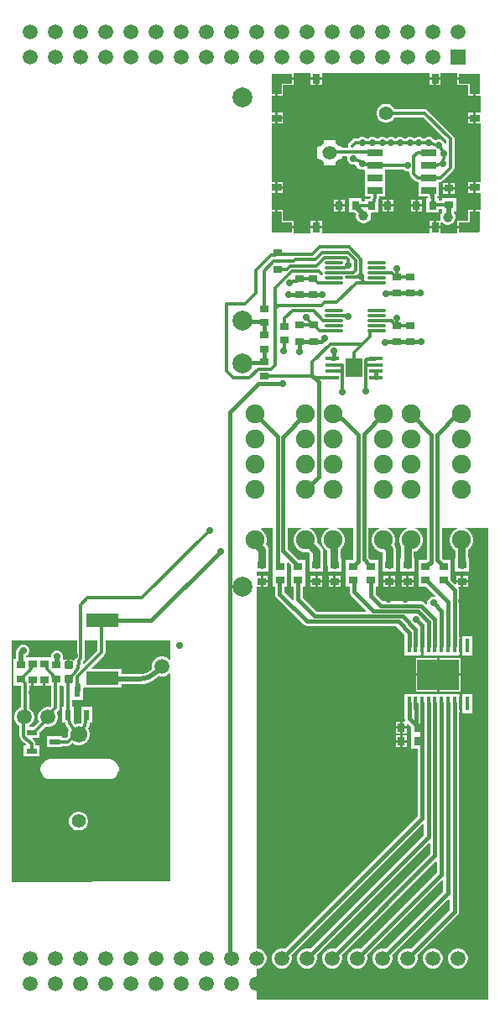
<source format=gtl>
G04*
G04 #@! TF.GenerationSoftware,Altium Limited,Altium Designer,22.4.2 (48)*
G04*
G04 Layer_Physical_Order=1*
G04 Layer_Color=255*
%FSLAX25Y25*%
%MOIN*%
G70*
G04*
G04 #@! TF.SameCoordinates,7C60A1AE-4728-4251-9105-166ECD4517EE*
G04*
G04*
G04 #@! TF.FilePolarity,Positive*
G04*
G01*
G75*
%ADD15R,0.12992X0.05315*%
%ADD16R,0.03937X0.03150*%
%ADD17R,0.03150X0.03937*%
%ADD18R,0.08268X0.03937*%
%ADD19R,0.03937X0.08268*%
%ADD20R,0.03150X0.03543*%
%ADD21R,0.06004X0.02559*%
%ADD22R,0.03543X0.03150*%
%ADD23R,0.01772X0.05709*%
%ADD24R,0.16535X0.12205*%
%ADD25O,0.07480X0.01181*%
%ADD26R,0.05610X0.01772*%
%ADD27R,0.06614X0.07402*%
%ADD28R,0.02362X0.04134*%
G04:AMPARAMS|DCode=29|XSize=35.43mil|YSize=31.5mil|CornerRadius=7.87mil|HoleSize=0mil|Usage=FLASHONLY|Rotation=180.000|XOffset=0mil|YOffset=0mil|HoleType=Round|Shape=RoundedRectangle|*
%AMROUNDEDRECTD29*
21,1,0.03543,0.01575,0,0,180.0*
21,1,0.01968,0.03150,0,0,180.0*
1,1,0.01575,-0.00984,0.00787*
1,1,0.01575,0.00984,0.00787*
1,1,0.01575,0.00984,-0.00787*
1,1,0.01575,-0.00984,-0.00787*
%
%ADD29ROUNDEDRECTD29*%
%ADD30R,0.04134X0.02362*%
%ADD31C,0.01181*%
%ADD53C,0.01968*%
%ADD54C,0.01575*%
%ADD55C,0.03150*%
%ADD56C,0.05906*%
%ADD57C,0.05512*%
%ADD58C,0.07480*%
%ADD59C,0.07874*%
%ADD60R,0.05906X0.05906*%
%ADD61C,0.02756*%
%ADD62C,0.03937*%
%ADD63C,0.06693*%
G36*
X183197Y-25878D02*
X187931D01*
Y-26878D01*
X183197D01*
Y-28946D01*
X187528D01*
Y-33277D01*
X189596D01*
Y-28543D01*
X190596D01*
Y-33277D01*
X192356D01*
Y-39951D01*
X190597D01*
Y-42126D01*
Y-44301D01*
X192356D01*
Y-67510D01*
X190596D01*
Y-69685D01*
Y-71860D01*
X192356D01*
Y-78534D01*
X190596D01*
Y-83268D01*
X189596D01*
Y-78534D01*
X187528D01*
Y-82864D01*
X183197D01*
Y-84933D01*
X187931D01*
Y-85933D01*
X183197D01*
Y-87768D01*
X176523D01*
Y-85933D01*
X174348D01*
X172174D01*
Y-87768D01*
X129279D01*
Y-85933D01*
X127104D01*
X124930D01*
Y-87768D01*
X118256D01*
Y-85933D01*
X113522D01*
Y-84933D01*
X118256D01*
Y-82865D01*
X113925D01*
Y-78534D01*
X111856D01*
Y-83268D01*
X110856D01*
Y-78534D01*
X109356D01*
Y-71860D01*
X110856D01*
Y-69685D01*
Y-67510D01*
X109356D01*
Y-44301D01*
X110856D01*
Y-42126D01*
Y-39951D01*
X109356D01*
Y-33277D01*
X110856D01*
Y-28543D01*
X111856D01*
Y-33277D01*
X113925D01*
Y-28946D01*
X118255D01*
Y-26878D01*
X113522D01*
Y-25878D01*
X118255D01*
Y-24268D01*
X124929D01*
Y-25878D01*
X129279D01*
Y-24268D01*
X172174D01*
Y-25878D01*
X176523D01*
Y-24268D01*
X183197D01*
Y-25878D01*
D02*
G37*
G36*
X195321Y-392171D02*
X103543D01*
Y-379780D01*
X103946D01*
X104951Y-379510D01*
X105852Y-378990D01*
X106588Y-378254D01*
X107109Y-377352D01*
X107378Y-376347D01*
Y-375306D01*
X107109Y-374301D01*
X106588Y-373400D01*
X105852Y-372664D01*
X104951Y-372143D01*
X103946Y-371874D01*
X103543D01*
Y-228277D01*
X105012D01*
Y-226102D01*
Y-223928D01*
X103543D01*
Y-222142D01*
X105304D01*
X105472Y-222164D01*
X105641Y-222142D01*
X108244D01*
Y-216992D01*
X108070D01*
Y-213518D01*
X107981Y-212846D01*
X107721Y-212220D01*
X107309Y-211682D01*
X107193Y-211566D01*
X107224Y-211511D01*
X107547Y-210305D01*
Y-209057D01*
X107224Y-207852D01*
X106600Y-206771D01*
X105718Y-205888D01*
X105205Y-205592D01*
X105140Y-205096D01*
X105512Y-204724D01*
X109896D01*
Y-219291D01*
X109896Y-219291D01*
X109931Y-219467D01*
Y-222516D01*
X109931Y-222654D01*
Y-223016D01*
X109931Y-223153D01*
Y-228165D01*
X110776D01*
Y-231102D01*
X110776Y-231102D01*
X110915Y-231800D01*
X111310Y-232391D01*
X122168Y-243249D01*
X122168Y-243249D01*
X122759Y-243644D01*
X123457Y-243783D01*
X158876D01*
X162206Y-247113D01*
Y-247721D01*
X162143D01*
Y-255429D01*
X168473D01*
Y-255029D01*
X168647D01*
Y-251575D01*
X169647D01*
Y-255029D01*
X169820D01*
Y-255429D01*
X183828D01*
Y-255029D01*
X184001D01*
Y-251575D01*
Y-248120D01*
X183828D01*
Y-247721D01*
X183764D01*
Y-229565D01*
X183625Y-228868D01*
X183525Y-228718D01*
X183761Y-228277D01*
X184539D01*
Y-226602D01*
X182668D01*
Y-227061D01*
X182206Y-227252D01*
X180542Y-225588D01*
Y-223153D01*
X180542Y-223016D01*
Y-222654D01*
X180542Y-222516D01*
Y-217504D01*
X177773D01*
X177019Y-216751D01*
Y-204724D01*
X183059D01*
X183125Y-205224D01*
X182977Y-205264D01*
X181897Y-205888D01*
X181014Y-206771D01*
X180390Y-207852D01*
X180067Y-209057D01*
Y-210305D01*
X180390Y-211511D01*
X181014Y-212592D01*
X181897Y-213474D01*
X182307Y-213711D01*
Y-216992D01*
X182228D01*
Y-222142D01*
X184735D01*
X184904Y-222164D01*
X185000D01*
X185169Y-222142D01*
X187772D01*
Y-216992D01*
X187501D01*
Y-213599D01*
X187718Y-213474D01*
X188600Y-212592D01*
X189224Y-211511D01*
X189547Y-210305D01*
Y-209057D01*
X189224Y-207852D01*
X188600Y-206771D01*
X187718Y-205888D01*
X186637Y-205264D01*
X186489Y-205224D01*
X186555Y-204724D01*
X195321D01*
Y-392171D01*
D02*
G37*
G36*
X171012Y-217504D02*
X167769D01*
Y-222516D01*
X167769Y-222654D01*
Y-223016D01*
X167769Y-223153D01*
Y-228165D01*
X170735D01*
X174438Y-231869D01*
X174155Y-232292D01*
X174095Y-232268D01*
X173149D01*
X172275Y-232630D01*
X171606Y-233299D01*
X171244Y-234173D01*
Y-234889D01*
X170744Y-235096D01*
X170096Y-234448D01*
X169504Y-234052D01*
X168807Y-233914D01*
X168807Y-233914D01*
X153420D01*
X150641Y-231135D01*
Y-228165D01*
X151623D01*
Y-223153D01*
X151623Y-223016D01*
Y-222654D01*
X151623Y-222516D01*
Y-217504D01*
X148854D01*
X147885Y-216536D01*
Y-204724D01*
X152059D01*
X152125Y-205224D01*
X151978Y-205264D01*
X150897Y-205888D01*
X150014Y-206771D01*
X149390Y-207852D01*
X149067Y-209057D01*
Y-210305D01*
X149390Y-211511D01*
X150014Y-212592D01*
X150897Y-213474D01*
X151978Y-214098D01*
X153183Y-214421D01*
X153484D01*
Y-216992D01*
X153309D01*
Y-222142D01*
X155912D01*
X156081Y-222164D01*
X156250Y-222142D01*
X158853D01*
Y-216992D01*
X158678D01*
Y-213127D01*
X158589Y-212455D01*
X158330Y-211828D01*
X158165Y-211613D01*
X158224Y-211511D01*
X158547Y-210305D01*
Y-209057D01*
X158224Y-207852D01*
X157600Y-206771D01*
X156718Y-205888D01*
X155637Y-205264D01*
X155489Y-205224D01*
X155555Y-204724D01*
X163059D01*
X163125Y-205224D01*
X162978Y-205264D01*
X161897Y-205888D01*
X161014Y-206771D01*
X160390Y-207852D01*
X160067Y-209057D01*
Y-210305D01*
X160390Y-211511D01*
X160743Y-212123D01*
X160714Y-212350D01*
Y-216992D01*
X160539D01*
Y-222142D01*
X163142D01*
X163311Y-222164D01*
X163479Y-222142D01*
X166082D01*
Y-216992D01*
X165908D01*
Y-214294D01*
X166637Y-214098D01*
X167718Y-213474D01*
X168600Y-212592D01*
X169224Y-211511D01*
X169547Y-210305D01*
Y-209057D01*
X169224Y-207852D01*
X168600Y-206771D01*
X167718Y-205888D01*
X166637Y-205264D01*
X166489Y-205224D01*
X166555Y-204724D01*
X171012D01*
Y-217504D01*
D02*
G37*
G36*
X141878Y-217441D02*
X141816Y-217504D01*
X138850D01*
Y-222516D01*
X138850Y-222654D01*
Y-223016D01*
X138850Y-223153D01*
Y-228165D01*
X140304D01*
Y-230315D01*
X140304Y-230315D01*
X140442Y-231012D01*
X140837Y-231604D01*
X146835Y-237601D01*
X146644Y-238063D01*
X127255D01*
X121754Y-232563D01*
Y-228165D01*
X122704D01*
Y-223153D01*
X122704Y-223016D01*
Y-222654D01*
X122704Y-222516D01*
Y-217504D01*
X119934D01*
X115615Y-213185D01*
Y-204724D01*
X121059D01*
X121125Y-205224D01*
X120977Y-205264D01*
X119897Y-205888D01*
X119014Y-206771D01*
X118390Y-207852D01*
X118067Y-209057D01*
Y-210305D01*
X118390Y-211511D01*
X119014Y-212592D01*
X119897Y-213474D01*
X120977Y-214098D01*
X122183Y-214421D01*
X123431D01*
X123781Y-214328D01*
X124565Y-215111D01*
Y-216992D01*
X124390D01*
Y-222142D01*
X126993D01*
X127162Y-222164D01*
X127331Y-222142D01*
X129933D01*
Y-216992D01*
X129759D01*
Y-214036D01*
X129670Y-213364D01*
X129411Y-212737D01*
X128998Y-212199D01*
X127454Y-210655D01*
X127547Y-210305D01*
Y-209057D01*
X127224Y-207852D01*
X126600Y-206771D01*
X125718Y-205888D01*
X124637Y-205264D01*
X124489Y-205224D01*
X124555Y-204724D01*
X132059D01*
X132125Y-205224D01*
X131977Y-205264D01*
X130897Y-205888D01*
X130014Y-206771D01*
X129390Y-207852D01*
X129067Y-209057D01*
Y-210305D01*
X129390Y-211511D01*
X130014Y-212592D01*
X130897Y-213474D01*
X131598Y-213879D01*
Y-219567D01*
X131620Y-219736D01*
Y-222142D01*
X134026D01*
X134195Y-222164D01*
X134391D01*
X134560Y-222142D01*
X137163D01*
Y-216992D01*
X136792D01*
Y-213400D01*
X137600Y-212592D01*
X138224Y-211511D01*
X138547Y-210305D01*
Y-209057D01*
X138224Y-207852D01*
X137600Y-206771D01*
X136718Y-205888D01*
X135637Y-205264D01*
X135489Y-205224D01*
X135555Y-204724D01*
X141878D01*
Y-217441D01*
D02*
G37*
G36*
X117160Y-219884D02*
Y-222516D01*
X117160Y-222654D01*
Y-223016D01*
X117160Y-223153D01*
Y-228165D01*
X118110D01*
Y-233318D01*
X118110Y-233318D01*
X118112Y-233332D01*
X117651Y-233578D01*
X114421Y-230347D01*
Y-228165D01*
X115474D01*
Y-223153D01*
X115474Y-223016D01*
Y-222654D01*
X115474Y-222516D01*
Y-218851D01*
X115936Y-218660D01*
X117160Y-219884D01*
D02*
G37*
G36*
X69165Y-256963D02*
X68665Y-257170D01*
X68175Y-256680D01*
X67274Y-256159D01*
X66268Y-255890D01*
X65228D01*
X64222Y-256159D01*
X63321Y-256680D01*
X62585Y-257416D01*
X62065Y-258317D01*
X61795Y-259322D01*
Y-260363D01*
X61915Y-260811D01*
X60935Y-261616D01*
X59551Y-262356D01*
X58049Y-262811D01*
X56580Y-262956D01*
X56488Y-262937D01*
X49622D01*
Y-261008D01*
X37955D01*
X37763Y-260546D01*
X42879Y-255430D01*
X43231Y-254904D01*
X43354Y-254283D01*
Y-249532D01*
X69165D01*
Y-256963D01*
D02*
G37*
G36*
X31949Y-255863D02*
X31530Y-256281D01*
X31179Y-256807D01*
X31091Y-257248D01*
X30890Y-257358D01*
X30658Y-257426D01*
X30556Y-257425D01*
X30191Y-257181D01*
X29650Y-257074D01*
X29165D01*
Y-259276D01*
X28165D01*
Y-257074D01*
X27681D01*
X27140Y-257181D01*
X27103Y-257206D01*
X26575Y-257027D01*
X26437Y-256740D01*
X26394Y-256254D01*
Y-255433D01*
X26032Y-254558D01*
X25363Y-253890D01*
X24489Y-253528D01*
X23543D01*
X22669Y-253890D01*
X22000Y-254558D01*
X21638Y-255433D01*
Y-256150D01*
X11688D01*
Y-255679D01*
X11977Y-255559D01*
X12646Y-254890D01*
X13008Y-254016D01*
Y-253070D01*
X12646Y-252196D01*
X11977Y-251527D01*
X11103Y-251165D01*
X10157D01*
X9283Y-251527D01*
X8614Y-252196D01*
X8259Y-253053D01*
X8235Y-253077D01*
X7796Y-253734D01*
X7642Y-254508D01*
Y-256740D01*
X6894D01*
Y-261890D01*
X6894Y-261890D01*
Y-262252D01*
X6894D01*
X6894Y-262390D01*
Y-267402D01*
X9848D01*
Y-276105D01*
X9498Y-276199D01*
X8597Y-276719D01*
X7861Y-277455D01*
X7340Y-278356D01*
X7071Y-279362D01*
Y-280402D01*
X7340Y-281408D01*
X7861Y-282309D01*
X8597Y-283045D01*
X9197Y-283392D01*
Y-287656D01*
X9321Y-288277D01*
X9672Y-288803D01*
X11119Y-290250D01*
X11646Y-290602D01*
X11741Y-290823D01*
X11441Y-291323D01*
X10909D01*
Y-295685D01*
X17043D01*
Y-291323D01*
X15598D01*
Y-290551D01*
X15475Y-289931D01*
X15123Y-289404D01*
X14385Y-288667D01*
X14577Y-288205D01*
X17043D01*
Y-286136D01*
X19473Y-283706D01*
X19952Y-283835D01*
X20993D01*
X21998Y-283565D01*
X22899Y-283045D01*
X23635Y-282309D01*
X24156Y-281408D01*
X24425Y-280402D01*
Y-279362D01*
X24156Y-278356D01*
X23953Y-278005D01*
X24615Y-277343D01*
X24967Y-276817D01*
X25090Y-276197D01*
Y-267402D01*
X26437D01*
X26803Y-267724D01*
Y-275992D01*
X26244D01*
Y-282126D01*
X27313D01*
X27554Y-282920D01*
X28486Y-284664D01*
X28728Y-284958D01*
X28627Y-285133D01*
X28331Y-286239D01*
Y-287383D01*
X28362Y-287500D01*
X27720Y-288142D01*
X26098D01*
Y-287583D01*
X19965D01*
Y-291945D01*
X26098D01*
Y-291386D01*
X28392D01*
X29012Y-291262D01*
X29539Y-290911D01*
X30105Y-290345D01*
X30999Y-290861D01*
X32105Y-291158D01*
X33249D01*
X34355Y-290861D01*
X35346Y-290289D01*
X36155Y-289480D01*
X36727Y-288489D01*
X37024Y-287383D01*
Y-286239D01*
X36727Y-285133D01*
X36358Y-284493D01*
X36963Y-283033D01*
X37181Y-282126D01*
X38087D01*
Y-275992D01*
X33724D01*
Y-282074D01*
X33491Y-282529D01*
X33249Y-282465D01*
X32105D01*
X31116Y-282730D01*
X30606Y-281776D01*
Y-275992D01*
X30047D01*
Y-273071D01*
X34346D01*
Y-269570D01*
X34378Y-269413D01*
Y-268718D01*
X34630Y-268323D01*
X49622D01*
Y-266984D01*
X56488D01*
X56503Y-266981D01*
X58368Y-266834D01*
X60203Y-266394D01*
X61945Y-265672D01*
X63554Y-264686D01*
X64747Y-263667D01*
X65228Y-263795D01*
X66268D01*
X67274Y-263526D01*
X68175Y-263005D01*
X68665Y-262515D01*
X69165Y-262722D01*
Y-345130D01*
X6520Y-345529D01*
X6165Y-345177D01*
Y-249532D01*
X31949D01*
Y-255863D01*
D02*
G37*
G36*
X40111Y-253612D02*
X34781Y-258942D01*
X34299Y-258716D01*
Y-258100D01*
X34718Y-257681D01*
X35069Y-257155D01*
X35193Y-256534D01*
Y-249532D01*
X40111D01*
Y-253612D01*
D02*
G37*
G36*
X19499Y-267435D02*
X21370D01*
X21370Y-267435D01*
Y-267435D01*
X21847Y-267492D01*
Y-275525D01*
X21348Y-276024D01*
X20993Y-275929D01*
X19952D01*
X18947Y-276199D01*
X18045Y-276719D01*
X17310Y-277455D01*
X16789Y-278356D01*
X16520Y-279362D01*
Y-280402D01*
X16789Y-281408D01*
X16934Y-281659D01*
X14750Y-283842D01*
X13069D01*
X12935Y-283343D01*
X13451Y-283045D01*
X14187Y-282309D01*
X14707Y-281408D01*
X14976Y-280402D01*
Y-279362D01*
X14707Y-278356D01*
X14187Y-277455D01*
X13451Y-276719D01*
X13092Y-276512D01*
Y-267435D01*
X13832D01*
Y-265260D01*
X14832D01*
Y-267435D01*
X18499D01*
Y-265260D01*
X19499D01*
Y-267435D01*
D02*
G37*
%LPC*%
G36*
X129279Y-26878D02*
X127604D01*
Y-28946D01*
X129279D01*
Y-26878D01*
D02*
G37*
G36*
X126604D02*
X124929D01*
Y-28946D01*
X126604D01*
Y-26878D01*
D02*
G37*
G36*
X176523Y-26878D02*
X174848D01*
Y-28946D01*
X176523D01*
Y-26878D01*
D02*
G37*
G36*
X173848D02*
X172174D01*
Y-28946D01*
X173848D01*
Y-26878D01*
D02*
G37*
G36*
X189597Y-39951D02*
X187528D01*
Y-41626D01*
X189597D01*
Y-39951D01*
D02*
G37*
G36*
X113925Y-39951D02*
X111856D01*
Y-41626D01*
X113925D01*
Y-39951D01*
D02*
G37*
G36*
Y-42626D02*
X111856D01*
Y-44301D01*
X113925D01*
Y-42626D01*
D02*
G37*
G36*
X189597Y-42626D02*
X187528D01*
Y-44301D01*
X189597D01*
Y-42626D01*
D02*
G37*
G36*
X155282Y-36419D02*
X154293D01*
X153338Y-36675D01*
X152481Y-37169D01*
X151782Y-37869D01*
X151287Y-38725D01*
X151031Y-39680D01*
Y-40669D01*
X151287Y-41625D01*
X151782Y-42481D01*
X152481Y-43180D01*
X153338Y-43675D01*
X154293Y-43931D01*
X155282D01*
X156237Y-43675D01*
X157094Y-43180D01*
X157793Y-42481D01*
X158188Y-41796D01*
X169592D01*
X178703Y-50908D01*
Y-52219D01*
X178234Y-52295D01*
X177872Y-51421D01*
X177203Y-50752D01*
X176329Y-50390D01*
X175383D01*
X174509Y-50752D01*
X174474Y-50787D01*
X173980Y-50681D01*
X173872Y-50421D01*
X173203Y-49752D01*
X172329Y-49390D01*
X171383D01*
X170509Y-49752D01*
X170115Y-50146D01*
X169598D01*
X169203Y-49752D01*
X168329Y-49390D01*
X167383D01*
X166509Y-49752D01*
X166115Y-50146D01*
X166098D01*
X165703Y-49752D01*
X164829Y-49390D01*
X163883D01*
X163009Y-49752D01*
X162615Y-50146D01*
X162098D01*
X161703Y-49752D01*
X160829Y-49390D01*
X159883D01*
X159009Y-49752D01*
X158615Y-50146D01*
X158598D01*
X158203Y-49752D01*
X157329Y-49390D01*
X156383D01*
X155509Y-49752D01*
X155115Y-50146D01*
X155098D01*
X154703Y-49752D01*
X153829Y-49390D01*
X152883D01*
X152009Y-49752D01*
X151615Y-50146D01*
X151098D01*
X150703Y-49752D01*
X149829Y-49390D01*
X148883D01*
X148009Y-49752D01*
X147615Y-50146D01*
X147098D01*
X146703Y-49752D01*
X145829Y-49390D01*
X144883D01*
X144009Y-49752D01*
X143615Y-50146D01*
X142720D01*
X142100Y-50270D01*
X141574Y-50621D01*
X140192Y-52003D01*
X139840Y-52529D01*
X139717Y-53150D01*
X139781Y-53475D01*
X139421Y-53975D01*
X137284D01*
Y-50906D01*
X127284D01*
Y-60905D01*
X137284D01*
Y-57218D01*
X139012D01*
X139290Y-57634D01*
X139273Y-57674D01*
Y-58620D01*
X139635Y-59494D01*
X140304Y-60163D01*
X141178Y-60525D01*
X142124D01*
X142398Y-60412D01*
X142898Y-60709D01*
X143260Y-61583D01*
X143929Y-62252D01*
X144803Y-62614D01*
X145749D01*
X145939Y-62536D01*
X146354Y-62813D01*
Y-62988D01*
X146354Y-63047D01*
Y-63488D01*
X146354Y-63547D01*
Y-67988D01*
X146354Y-68047D01*
Y-68488D01*
X146354Y-68547D01*
Y-73047D01*
X148735D01*
Y-73651D01*
X148428Y-74035D01*
X146475D01*
Y-75185D01*
X145238D01*
Y-73957D01*
X140089D01*
Y-79500D01*
X142377D01*
X143016Y-80139D01*
X142915Y-80515D01*
Y-81296D01*
X143118Y-82051D01*
X143509Y-82728D01*
X144061Y-83281D01*
X144738Y-83672D01*
X145493Y-83874D01*
X146275D01*
X147030Y-83672D01*
X147707Y-83281D01*
X148259Y-82728D01*
X148650Y-82051D01*
X148852Y-81296D01*
Y-80515D01*
X148736Y-80079D01*
X149093Y-79579D01*
X151624D01*
Y-75614D01*
X151859Y-74838D01*
X151974Y-73670D01*
X151978Y-73651D01*
Y-73047D01*
X154358D01*
Y-68547D01*
X154358Y-68488D01*
Y-68047D01*
X154358Y-67988D01*
Y-63547D01*
X154358Y-63488D01*
Y-63047D01*
X154358Y-62988D01*
Y-62389D01*
X161615D01*
X162009Y-62784D01*
X162883Y-63146D01*
X163829D01*
X164235Y-63416D01*
Y-64268D01*
X164358Y-64888D01*
X164710Y-65414D01*
X166210Y-66914D01*
X166736Y-67266D01*
X167356Y-67389D01*
X167709D01*
Y-67988D01*
X167709Y-68047D01*
Y-68488D01*
X167709Y-68547D01*
Y-73047D01*
X171342D01*
X171528Y-73496D01*
X171254Y-73996D01*
X170782D01*
Y-79539D01*
X175931D01*
Y-78118D01*
X177085D01*
Y-79071D01*
X177085D01*
X177200Y-79348D01*
X176973Y-79575D01*
X176582Y-80252D01*
X176380Y-81007D01*
Y-81788D01*
X176536Y-82370D01*
X176298Y-82776D01*
X176190Y-82864D01*
X174848D01*
Y-84933D01*
X176523D01*
Y-83441D01*
X176809Y-83301D01*
X177023Y-83271D01*
X177526Y-83773D01*
X178203Y-84164D01*
X178958Y-84366D01*
X179739D01*
X180494Y-84164D01*
X181171Y-83773D01*
X181724Y-83220D01*
X182115Y-82543D01*
X182317Y-81788D01*
Y-81007D01*
X182115Y-80252D01*
X181724Y-79575D01*
X181720Y-79571D01*
X181853Y-79071D01*
X182628D01*
Y-73921D01*
X177085D01*
Y-74874D01*
X175931D01*
Y-73996D01*
X174978D01*
Y-73047D01*
X175713D01*
Y-68547D01*
X175713Y-68488D01*
Y-68047D01*
X175713Y-67988D01*
Y-67389D01*
X176278D01*
X176898Y-67266D01*
X177424Y-66914D01*
X181472Y-62867D01*
X181823Y-62341D01*
X181947Y-61721D01*
Y-50236D01*
X181823Y-49616D01*
X181472Y-49090D01*
X171410Y-39028D01*
X170884Y-38677D01*
X170264Y-38553D01*
X158188D01*
X157793Y-37869D01*
X157094Y-37169D01*
X156237Y-36675D01*
X155282Y-36419D01*
D02*
G37*
G36*
X189596Y-67510D02*
X187528D01*
Y-69185D01*
X189596D01*
Y-67510D01*
D02*
G37*
G36*
X113925Y-67510D02*
X111856D01*
Y-69185D01*
X113925D01*
Y-67510D01*
D02*
G37*
G36*
X182189Y-67786D02*
X180317D01*
Y-69461D01*
X182189D01*
Y-67786D01*
D02*
G37*
G36*
X179317D02*
X177445D01*
Y-69461D01*
X179317D01*
Y-67786D01*
D02*
G37*
G36*
X189596Y-70185D02*
X187528D01*
Y-71860D01*
X189596D01*
Y-70185D01*
D02*
G37*
G36*
X113925Y-70185D02*
X111856D01*
Y-71860D01*
X113925D01*
Y-70185D01*
D02*
G37*
G36*
X182189Y-70461D02*
X180317D01*
Y-72135D01*
X182189D01*
Y-70461D01*
D02*
G37*
G36*
X179317D02*
X177445D01*
Y-72135D01*
X179317D01*
Y-70461D01*
D02*
G37*
G36*
X157759Y-74396D02*
X156085D01*
Y-76268D01*
X157759D01*
Y-74396D01*
D02*
G37*
G36*
X138303D02*
X136628D01*
Y-76268D01*
X138303D01*
Y-74396D01*
D02*
G37*
G36*
X135628D02*
X133953D01*
Y-76268D01*
X135628D01*
Y-74396D01*
D02*
G37*
G36*
X155085D02*
X153410D01*
Y-76268D01*
X155085D01*
Y-74396D01*
D02*
G37*
G36*
X168996Y-74435D02*
X167321D01*
Y-76307D01*
X168996D01*
Y-74435D01*
D02*
G37*
G36*
X166321D02*
X164646D01*
Y-76307D01*
X166321D01*
Y-74435D01*
D02*
G37*
G36*
X157759Y-77268D02*
X156085D01*
Y-79139D01*
X157759D01*
Y-77268D01*
D02*
G37*
G36*
X155085D02*
X153410D01*
Y-79139D01*
X155085D01*
Y-77268D01*
D02*
G37*
G36*
X138303D02*
X136628D01*
Y-79139D01*
X138303D01*
Y-77268D01*
D02*
G37*
G36*
X135628D02*
X133953D01*
Y-79139D01*
X135628D01*
Y-77268D01*
D02*
G37*
G36*
X168996Y-77307D02*
X167321D01*
Y-79179D01*
X168996D01*
Y-77307D01*
D02*
G37*
G36*
X166321D02*
X164646D01*
Y-79179D01*
X166321D01*
Y-77307D01*
D02*
G37*
G36*
X129279Y-82865D02*
X127604D01*
Y-84933D01*
X129279D01*
Y-82865D01*
D02*
G37*
G36*
X126604D02*
X124930D01*
Y-84933D01*
X126604D01*
Y-82865D01*
D02*
G37*
G36*
X173848Y-82864D02*
X172174D01*
Y-84933D01*
X173848D01*
Y-82864D01*
D02*
G37*
G36*
X187411Y-223928D02*
X185539D01*
Y-225602D01*
X187411D01*
Y-223928D01*
D02*
G37*
G36*
X184539D02*
X182668D01*
Y-225602D01*
X184539D01*
Y-223928D01*
D02*
G37*
G36*
X107884D02*
X106012D01*
Y-225602D01*
X107884D01*
Y-223928D01*
D02*
G37*
G36*
X187411Y-226602D02*
X185539D01*
Y-228277D01*
X187411D01*
Y-226602D01*
D02*
G37*
G36*
X107884D02*
X106012D01*
Y-228277D01*
X107884D01*
Y-226602D01*
D02*
G37*
G36*
X188946Y-247721D02*
X185174D01*
Y-248120D01*
X185001D01*
Y-251575D01*
Y-255029D01*
X185174D01*
Y-255429D01*
X188946D01*
Y-247721D01*
D02*
G37*
G36*
X184412Y-256388D02*
X176044D01*
Y-262591D01*
X184412D01*
Y-256388D01*
D02*
G37*
G36*
X175044D02*
X166676D01*
Y-262591D01*
X175044D01*
Y-256388D01*
D02*
G37*
G36*
X184412Y-263591D02*
X176044D01*
Y-269793D01*
X184412D01*
Y-263591D01*
D02*
G37*
G36*
X175044D02*
X166676D01*
Y-269793D01*
X175044D01*
Y-263591D01*
D02*
G37*
G36*
X188946Y-270752D02*
X185174D01*
Y-271152D01*
X185001D01*
Y-274606D01*
Y-278061D01*
X185174D01*
Y-278461D01*
X188946D01*
Y-270752D01*
D02*
G37*
G36*
X160317Y-281774D02*
X158642D01*
Y-283646D01*
X160317D01*
Y-281774D01*
D02*
G37*
G36*
X162992Y-284646D02*
X161317D01*
Y-286517D01*
X162992D01*
Y-284646D01*
D02*
G37*
G36*
X160317D02*
X158642D01*
Y-286517D01*
X160317D01*
Y-284646D01*
D02*
G37*
G36*
X162992Y-287274D02*
X161317D01*
Y-289146D01*
X162992D01*
Y-287274D01*
D02*
G37*
G36*
X160317D02*
X158642D01*
Y-289146D01*
X160317D01*
Y-287274D01*
D02*
G37*
G36*
X162992Y-290146D02*
X161317D01*
Y-292017D01*
X162992D01*
Y-290146D01*
D02*
G37*
G36*
X160317D02*
X158642D01*
Y-292017D01*
X160317D01*
Y-290146D01*
D02*
G37*
G36*
X183828Y-270752D02*
X162143D01*
Y-278461D01*
X162206D01*
Y-280585D01*
X162206Y-280585D01*
X162345Y-281282D01*
X162379Y-281333D01*
X162143Y-281774D01*
X161317D01*
Y-283646D01*
X162992D01*
Y-282779D01*
X163454Y-282588D01*
X164778Y-283912D01*
Y-286878D01*
Y-292378D01*
X167324D01*
Y-319351D01*
X114620Y-372055D01*
X113946Y-371874D01*
X112905D01*
X111899Y-372143D01*
X110998Y-372664D01*
X110262Y-373400D01*
X109742Y-374301D01*
X109473Y-375306D01*
Y-376347D01*
X109742Y-377352D01*
X110262Y-378254D01*
X110998Y-378990D01*
X111899Y-379510D01*
X112905Y-379780D01*
X113946D01*
X114951Y-379510D01*
X115852Y-378990D01*
X116588Y-378254D01*
X117109Y-377352D01*
X117378Y-376347D01*
Y-375306D01*
X117197Y-374632D01*
X169421Y-322408D01*
X169883Y-322599D01*
Y-326792D01*
X124620Y-372055D01*
X123946Y-371874D01*
X122905D01*
X121899Y-372143D01*
X120998Y-372664D01*
X120262Y-373400D01*
X119742Y-374301D01*
X119473Y-375306D01*
Y-376347D01*
X119742Y-377352D01*
X120262Y-378254D01*
X120998Y-378990D01*
X121899Y-379510D01*
X122905Y-379780D01*
X123946D01*
X124951Y-379510D01*
X125852Y-378990D01*
X126588Y-378254D01*
X127109Y-377352D01*
X127378Y-376347D01*
Y-375306D01*
X127197Y-374632D01*
X171980Y-329849D01*
X172442Y-330040D01*
Y-334232D01*
X134620Y-372055D01*
X133946Y-371874D01*
X132905D01*
X131899Y-372143D01*
X130998Y-372664D01*
X130262Y-373400D01*
X129742Y-374301D01*
X129472Y-375306D01*
Y-376347D01*
X129742Y-377352D01*
X130262Y-378254D01*
X130998Y-378990D01*
X131899Y-379510D01*
X132905Y-379780D01*
X133946D01*
X134951Y-379510D01*
X135852Y-378990D01*
X136588Y-378254D01*
X137109Y-377352D01*
X137378Y-376347D01*
Y-375306D01*
X137197Y-374632D01*
X174539Y-337290D01*
X175001Y-337481D01*
Y-341673D01*
X144620Y-372055D01*
X143946Y-371874D01*
X142905D01*
X141900Y-372143D01*
X140998Y-372664D01*
X140262Y-373400D01*
X139742Y-374301D01*
X139472Y-375306D01*
Y-376347D01*
X139742Y-377352D01*
X140262Y-378254D01*
X140998Y-378990D01*
X141900Y-379510D01*
X142905Y-379780D01*
X143946D01*
X144951Y-379510D01*
X145852Y-378990D01*
X146588Y-378254D01*
X147109Y-377352D01*
X147378Y-376347D01*
Y-375306D01*
X147197Y-374632D01*
X177098Y-344731D01*
X177560Y-344922D01*
Y-349114D01*
X154620Y-372055D01*
X153946Y-371874D01*
X152905D01*
X151900Y-372143D01*
X150998Y-372664D01*
X150262Y-373400D01*
X149742Y-374301D01*
X149472Y-375306D01*
Y-376347D01*
X149742Y-377352D01*
X150262Y-378254D01*
X150998Y-378990D01*
X151900Y-379510D01*
X152905Y-379780D01*
X153946D01*
X154951Y-379510D01*
X155852Y-378990D01*
X156588Y-378254D01*
X157109Y-377352D01*
X157378Y-376347D01*
Y-375306D01*
X157197Y-374632D01*
X179657Y-352172D01*
X180119Y-352363D01*
Y-356555D01*
X164620Y-372055D01*
X163946Y-371874D01*
X162905D01*
X161899Y-372143D01*
X160998Y-372664D01*
X160262Y-373400D01*
X159742Y-374301D01*
X159473Y-375306D01*
Y-376347D01*
X159742Y-377352D01*
X160262Y-378254D01*
X160998Y-378990D01*
X161899Y-379510D01*
X162905Y-379780D01*
X163946D01*
X164951Y-379510D01*
X165852Y-378990D01*
X166588Y-378254D01*
X167109Y-377352D01*
X167378Y-376347D01*
Y-375306D01*
X167197Y-374632D01*
X183230Y-358599D01*
X183625Y-358008D01*
X183764Y-357310D01*
X183764Y-357310D01*
Y-278461D01*
X183828D01*
Y-278061D01*
X184001D01*
Y-274606D01*
Y-271152D01*
X183828D01*
Y-270752D01*
D02*
G37*
G36*
X183946Y-371874D02*
X182905D01*
X181899Y-372143D01*
X180998Y-372664D01*
X180262Y-373400D01*
X179742Y-374301D01*
X179472Y-375306D01*
Y-376347D01*
X179742Y-377352D01*
X180262Y-378254D01*
X180998Y-378990D01*
X181899Y-379510D01*
X182905Y-379780D01*
X183946D01*
X184951Y-379510D01*
X185852Y-378990D01*
X186588Y-378254D01*
X187109Y-377352D01*
X187378Y-376347D01*
Y-375306D01*
X187109Y-374301D01*
X186588Y-373400D01*
X185852Y-372664D01*
X184951Y-372143D01*
X183946Y-371874D01*
D02*
G37*
G36*
X173946D02*
X172905D01*
X171899Y-372143D01*
X170998Y-372664D01*
X170262Y-373400D01*
X169742Y-374301D01*
X169473Y-375306D01*
Y-376347D01*
X169742Y-377352D01*
X170262Y-378254D01*
X170998Y-378990D01*
X171899Y-379510D01*
X172905Y-379780D01*
X173946D01*
X174951Y-379510D01*
X175852Y-378990D01*
X176588Y-378254D01*
X177109Y-377352D01*
X177378Y-376347D01*
Y-375306D01*
X177109Y-374301D01*
X176588Y-373400D01*
X175852Y-372664D01*
X174951Y-372143D01*
X173946Y-371874D01*
D02*
G37*
G36*
X165722Y-223928D02*
X163850D01*
Y-225602D01*
X165722D01*
Y-223928D01*
D02*
G37*
G36*
X162850D02*
X160978D01*
Y-225602D01*
X162850D01*
Y-223928D01*
D02*
G37*
G36*
X158492D02*
X156620D01*
Y-225602D01*
X158492D01*
Y-223928D01*
D02*
G37*
G36*
X155620D02*
X153749D01*
Y-225602D01*
X155620D01*
Y-223928D01*
D02*
G37*
G36*
X165722Y-226602D02*
X163850D01*
Y-228277D01*
X165722D01*
Y-226602D01*
D02*
G37*
G36*
X162850D02*
X160978D01*
Y-228277D01*
X162850D01*
Y-226602D01*
D02*
G37*
G36*
X158492D02*
X156620D01*
Y-228277D01*
X158492D01*
Y-226602D01*
D02*
G37*
G36*
X155620D02*
X153749D01*
Y-228277D01*
X155620D01*
Y-226602D01*
D02*
G37*
G36*
X136802Y-223928D02*
X134931D01*
Y-225602D01*
X136802D01*
Y-223928D01*
D02*
G37*
G36*
X133931D02*
X132059D01*
Y-225602D01*
X133931D01*
Y-223928D01*
D02*
G37*
G36*
X129573D02*
X127701D01*
Y-225602D01*
X129573D01*
Y-223928D01*
D02*
G37*
G36*
X126701D02*
X124829D01*
Y-225602D01*
X126701D01*
Y-223928D01*
D02*
G37*
G36*
X136802Y-226602D02*
X134931D01*
Y-228277D01*
X136802D01*
Y-226602D01*
D02*
G37*
G36*
X133931D02*
X132059D01*
Y-228277D01*
X133931D01*
Y-226602D01*
D02*
G37*
G36*
X129573D02*
X127701D01*
Y-228277D01*
X129573D01*
Y-226602D01*
D02*
G37*
G36*
X126701D02*
X124829D01*
Y-228277D01*
X126701D01*
Y-226602D01*
D02*
G37*
G36*
X44638Y-296596D02*
Y-296601D01*
X21508D01*
Y-296596D01*
X21472Y-296601D01*
X21018D01*
X20433Y-296717D01*
X19529Y-297092D01*
X19033Y-297423D01*
X18712Y-297743D01*
X18683Y-297766D01*
X18661Y-297795D01*
X18340Y-298115D01*
X18009Y-298611D01*
X17634Y-299516D01*
X17518Y-300101D01*
Y-300554D01*
X17513Y-300590D01*
X17518Y-300627D01*
Y-301080D01*
X17634Y-301665D01*
X18009Y-302570D01*
X18340Y-303066D01*
X18661Y-303386D01*
X18683Y-303415D01*
X18712Y-303438D01*
X19033Y-303758D01*
X19529Y-304090D01*
X20433Y-304464D01*
X21018Y-304581D01*
X21472D01*
X21508Y-304585D01*
Y-304581D01*
X44638D01*
Y-304585D01*
X44674Y-304581D01*
X45127D01*
X45713Y-304464D01*
X46617Y-304090D01*
X47113Y-303758D01*
X47433Y-303438D01*
X47462Y-303415D01*
X47485Y-303386D01*
X47805Y-303066D01*
X48137Y-302570D01*
X48511Y-301665D01*
X48628Y-301080D01*
Y-300627D01*
X48633Y-300590D01*
X48628Y-300554D01*
Y-300101D01*
X48511Y-299516D01*
X48137Y-298611D01*
X47805Y-298115D01*
X47485Y-297795D01*
X47462Y-297766D01*
X47433Y-297743D01*
X47113Y-297423D01*
X46617Y-297092D01*
X45713Y-296717D01*
X45127Y-296601D01*
X44674D01*
X44638Y-296596D01*
D02*
G37*
G36*
X33172Y-317504D02*
X32183D01*
X31227Y-317760D01*
X30371Y-318254D01*
X29672Y-318954D01*
X29177Y-319810D01*
X28921Y-320765D01*
Y-321754D01*
X29177Y-322710D01*
X29672Y-323566D01*
X30371Y-324265D01*
X31227Y-324760D01*
X32183Y-325016D01*
X33172D01*
X34127Y-324760D01*
X34983Y-324265D01*
X35683Y-323566D01*
X36177Y-322710D01*
X36433Y-321754D01*
Y-320765D01*
X36177Y-319810D01*
X35683Y-318954D01*
X34983Y-318254D01*
X34127Y-317760D01*
X33172Y-317504D01*
D02*
G37*
%LPD*%
D15*
X42126Y-264665D02*
D03*
Y-241634D02*
D03*
D16*
X111356Y-42126D02*
D03*
X111356Y-69685D02*
D03*
X190096Y-42126D02*
D03*
X190096Y-69685D02*
D03*
D17*
X127104Y-26378D02*
D03*
X127104Y-85433D02*
D03*
X174348Y-26378D02*
D03*
X174348Y-85433D02*
D03*
D18*
X113522Y-26378D02*
D03*
X113522Y-85433D02*
D03*
X187931Y-26378D02*
D03*
X187931Y-85433D02*
D03*
D19*
X111356Y-28543D02*
D03*
X111356Y-83268D02*
D03*
X190096Y-28543D02*
D03*
X190096Y-83268D02*
D03*
D20*
X155585Y-76768D02*
D03*
X149049Y-76807D02*
D03*
X136128Y-76768D02*
D03*
X142663Y-76728D02*
D03*
X173356Y-76768D02*
D03*
X166821Y-76807D02*
D03*
X160817Y-284146D02*
D03*
X167353Y-284106D02*
D03*
X160817Y-289646D02*
D03*
X167353Y-289606D02*
D03*
D21*
X150356Y-55768D02*
D03*
Y-60768D02*
D03*
Y-65768D02*
D03*
Y-70768D02*
D03*
X171711D02*
D03*
Y-65768D02*
D03*
Y-60768D02*
D03*
Y-55768D02*
D03*
D22*
X179856Y-76496D02*
D03*
X179817Y-69961D02*
D03*
X112702Y-220079D02*
D03*
Y-225590D02*
D03*
X148851Y-220079D02*
D03*
Y-225590D02*
D03*
X177770Y-220079D02*
D03*
Y-225590D02*
D03*
X170540Y-220079D02*
D03*
Y-225590D02*
D03*
X119932Y-220079D02*
D03*
Y-225590D02*
D03*
X141621Y-220079D02*
D03*
Y-225590D02*
D03*
X106299Y-138976D02*
D03*
Y-144488D02*
D03*
Y-128347D02*
D03*
Y-133858D02*
D03*
X106299Y-117717D02*
D03*
Y-123228D02*
D03*
X111850Y-102126D02*
D03*
X111811Y-95591D02*
D03*
X164555Y-105138D02*
D03*
X164594Y-111673D02*
D03*
X159055Y-105138D02*
D03*
X159095Y-111673D02*
D03*
X164469Y-124429D02*
D03*
X164508Y-130965D02*
D03*
X158968Y-124429D02*
D03*
X159008Y-130965D02*
D03*
X120552Y-130850D02*
D03*
X120513Y-124315D02*
D03*
X126071Y-130850D02*
D03*
X126031Y-124315D02*
D03*
X125839Y-105811D02*
D03*
X125878Y-112346D02*
D03*
X120339Y-105811D02*
D03*
X120378Y-112346D02*
D03*
X114567Y-124803D02*
D03*
Y-130315D02*
D03*
X185000Y-219567D02*
D03*
X185039Y-226102D02*
D03*
X105512D02*
D03*
X105472Y-219567D02*
D03*
X127201Y-226102D02*
D03*
X127162Y-219567D02*
D03*
X156120Y-226102D02*
D03*
X156081Y-219567D02*
D03*
X163311D02*
D03*
X163350Y-226102D02*
D03*
X134431D02*
D03*
X134391Y-219567D02*
D03*
X14293Y-258724D02*
D03*
X14332Y-265260D02*
D03*
X18959Y-258724D02*
D03*
X18999Y-265260D02*
D03*
X23665Y-259315D02*
D03*
Y-264827D02*
D03*
X9665D02*
D03*
Y-259315D02*
D03*
D23*
X164028Y-274606D02*
D03*
X166587D02*
D03*
X169147D02*
D03*
X171705D02*
D03*
X174265D02*
D03*
X176824D02*
D03*
X179383D02*
D03*
X181942D02*
D03*
X184501D02*
D03*
X187060D02*
D03*
Y-251575D02*
D03*
X184501D02*
D03*
X181942D02*
D03*
X179383D02*
D03*
X176824D02*
D03*
X174265D02*
D03*
X171705D02*
D03*
X169147D02*
D03*
X166587D02*
D03*
X164028D02*
D03*
D24*
X175544Y-263091D02*
D03*
D25*
X151083Y-107480D02*
D03*
Y-105512D02*
D03*
Y-103543D02*
D03*
Y-101575D02*
D03*
Y-99606D02*
D03*
X133957Y-107480D02*
D03*
Y-105512D02*
D03*
Y-103543D02*
D03*
Y-101575D02*
D03*
Y-99606D02*
D03*
X151083Y-126378D02*
D03*
Y-124409D02*
D03*
Y-122441D02*
D03*
Y-120472D02*
D03*
Y-118504D02*
D03*
X133957Y-126378D02*
D03*
Y-124409D02*
D03*
Y-122441D02*
D03*
Y-120472D02*
D03*
Y-118504D02*
D03*
D26*
X150835Y-145177D02*
D03*
Y-142618D02*
D03*
Y-140059D02*
D03*
Y-137500D02*
D03*
X133417D02*
D03*
Y-140059D02*
D03*
Y-142618D02*
D03*
Y-145177D02*
D03*
D27*
X142126Y-141339D02*
D03*
D28*
X32165Y-270004D02*
D03*
X35906Y-279059D02*
D03*
X28425D02*
D03*
D29*
X28665Y-259276D02*
D03*
Y-264787D02*
D03*
D30*
X13976Y-286024D02*
D03*
Y-293504D02*
D03*
X23031Y-289764D02*
D03*
D31*
X32977Y-286512D02*
G03*
X35906Y-279440I-7071J7071D01*
G01*
X28425Y-279059D02*
G03*
X30898Y-285031I8450J0D01*
G01*
X177856Y-57268D02*
G03*
X172856Y-52268I-5000J0D01*
G01*
X144356Y-59268D02*
G03*
X143149Y-58768I-1207J-1207D01*
G01*
X144356Y-59268D02*
G03*
X147978Y-60768I3621J3621D01*
G01*
X149049Y-76807D02*
G03*
X150356Y-73651I-3156J3156D01*
G01*
X173356Y-74741D02*
G03*
X171711Y-70768I-5619J0D01*
G01*
X175033Y-60768D02*
G03*
X177856Y-57945I0J2823D01*
G01*
X31351Y-262102D02*
G03*
X32677Y-258898I-3207J3204D01*
G01*
X13112Y-261577D02*
G03*
X14293Y-258724I-2855J2853D01*
G01*
X13110Y-261579D02*
G03*
X13112Y-261577I-2854J2854D01*
G01*
X31349Y-262104D02*
G03*
X31351Y-262102I-3206J3206D01*
G01*
X30898Y-285031D02*
G03*
X30900Y-285034I5977J5972D01*
G01*
X125835Y-124315D02*
X126031D01*
X120513D02*
X125835D01*
X126031D02*
X126228D01*
X128291Y-126378D02*
X133957D01*
X126228Y-124315D02*
X128291Y-126378D01*
X159012Y-121653D02*
X159055D01*
X158968D02*
X159012D01*
X158968Y-124429D02*
Y-121653D01*
X155905Y-122441D02*
X156074Y-122610D01*
X151083Y-122441D02*
X155905D01*
X156952Y-122610D02*
X158772Y-124429D01*
X158968D01*
X156074Y-122610D02*
X156952D01*
X125705Y-106071D02*
X126295D01*
X120339Y-105811D02*
X125839D01*
X126295Y-106071D02*
X127705Y-107480D01*
X133957D01*
X159055Y-105138D02*
X164555D01*
X158858D02*
X159055D01*
X151083Y-103543D02*
X157264D01*
X158858Y-105138D01*
X36220Y-232677D02*
X57874D01*
X84646Y-205906D01*
X33465Y-235433D02*
X36220Y-232677D01*
X33465Y-248819D02*
Y-235433D01*
X33571Y-256534D02*
Y-248925D01*
X32677Y-258898D02*
Y-257428D01*
X33571Y-256534D01*
X33465Y-248819D02*
X33571Y-248925D01*
X41732Y-254283D02*
Y-242028D01*
X42126Y-241634D01*
X32165Y-263850D02*
X41732Y-254283D01*
X32165Y-270004D02*
Y-263850D01*
X11470Y-278709D02*
Y-266434D01*
X10819Y-282152D02*
X11811Y-281160D01*
X11425Y-279882D02*
Y-278709D01*
X12529Y-289104D02*
X13976Y-290551D01*
X11811Y-281160D02*
Y-279882D01*
X13976Y-293504D02*
Y-290551D01*
X12266Y-289104D02*
X12529D01*
X10819Y-287656D02*
X12266Y-289104D01*
X10819Y-287656D02*
Y-282152D01*
X9665Y-264827D02*
X9862D01*
X11470Y-279541D02*
X11811Y-279882D01*
X11470Y-279541D02*
Y-278709D01*
X9862Y-264827D02*
X11470Y-266434D01*
X23469Y-276197D02*
Y-264827D01*
X20472Y-279882D02*
Y-279193D01*
X23469Y-276197D01*
X14862Y-286024D02*
X20472Y-280413D01*
Y-279882D01*
X13976Y-286024D02*
X14862D01*
X32677Y-286811D02*
X32977Y-286512D01*
X28392Y-289764D02*
X31345Y-286811D01*
X32677D01*
X23031Y-289764D02*
X28392D01*
X117647Y-106795D02*
X119354D01*
X116962Y-107480D02*
X117647Y-106795D01*
X119354D02*
X120339Y-105811D01*
X116535Y-107480D02*
X116962D01*
X123530Y-122010D02*
X125835Y-124315D01*
X123530Y-122010D02*
Y-121561D01*
X123228Y-121260D02*
X123530Y-121561D01*
X114567Y-121653D02*
X117717Y-118504D01*
X125984D01*
X129921Y-122441D01*
X159055Y-105138D02*
Y-101969D01*
X139002Y-105118D02*
X145276D01*
X154787Y-40175D02*
X170264D01*
X180325Y-50236D01*
X167856Y-51768D02*
X171856D01*
X164356D02*
X167856D01*
X160356D02*
X164356D01*
X156856D02*
X160356D01*
X153356D02*
X156856D01*
X149356D02*
X153356D01*
X145356D02*
X149356D01*
X142720D02*
X145356D01*
X141339Y-53150D02*
X142720Y-51768D01*
X138091Y-103437D02*
X141839D01*
X142913Y-102362D01*
Y-98440D01*
X139844Y-95371D02*
X142913Y-98440D01*
X91339Y-142520D02*
Y-115748D01*
X98819D01*
X103150Y-111417D02*
Y-102362D01*
X98819Y-115748D02*
X103150Y-111417D01*
Y-102362D02*
X108937Y-96575D01*
X110827D02*
X111811Y-95591D01*
X108937Y-96575D02*
X110827D01*
X110236Y-98819D02*
X118110D01*
X106299Y-102756D02*
X110236Y-98819D01*
X106299Y-117717D02*
Y-102756D01*
X112284Y-96063D02*
X125591D01*
X111811Y-95591D02*
X112284Y-96063D01*
X125591D02*
X128347Y-93307D01*
X140157D01*
X129432Y-95371D02*
X139844D01*
X144882Y-104724D02*
Y-98032D01*
X140157Y-93307D02*
X144882Y-98032D01*
X139764Y-100394D02*
Y-98330D01*
X130315Y-97638D02*
X139072D01*
X139764Y-98330D01*
X118110Y-98819D02*
X118898Y-98032D01*
X126772D01*
X129432Y-95371D01*
X138583Y-101575D02*
X139764Y-100394D01*
X133957Y-101575D02*
X138583D01*
X111850Y-102126D02*
X115575D01*
X116914Y-100787D01*
X127165D01*
X130315Y-97638D01*
X165856Y-57268D02*
X167356Y-55768D01*
X165856Y-64268D02*
Y-57268D01*
X159356Y-60768D02*
X164175D01*
X150356D02*
X164175D01*
X150356D02*
X155356D01*
X165856Y-64268D02*
X167356Y-65768D01*
X176278D02*
X180325Y-61721D01*
X130185Y-55597D02*
X150185D01*
X180325Y-61721D02*
Y-50236D01*
X167356Y-55768D02*
X171711D01*
X167356Y-65768D02*
X171711D01*
Y-60768D02*
X175033D01*
X142853Y-76807D02*
X149049D01*
X150356Y-73651D02*
Y-70768D01*
X171711D02*
X172667D01*
X173356Y-71457D01*
Y-74741D02*
Y-71457D01*
Y-76768D02*
X173628Y-76496D01*
X173356Y-76768D02*
Y-74741D01*
X150185Y-55597D02*
X150356Y-55768D01*
X171711Y-65768D02*
X176278D01*
X173628Y-76496D02*
X179856D01*
X114173Y-134646D02*
X114567Y-134252D01*
X113779Y-135039D02*
X114173Y-134646D01*
X114567Y-134252D02*
Y-130315D01*
X139338Y-120866D02*
X139764D01*
X133957Y-120472D02*
X138944D01*
X139338Y-120866D01*
X146850Y-150394D02*
Y-140157D01*
X133957Y-103543D02*
X137985D01*
X138091Y-103437D01*
X145276Y-106670D02*
Y-105118D01*
X146086Y-107480D02*
X147072D01*
X143061D02*
X146086D01*
X147072D02*
X151083D01*
X145276Y-106670D02*
X146086Y-107480D01*
X127953Y-102756D02*
X129028Y-103831D01*
X117323Y-102756D02*
X127953D01*
X110630Y-109449D02*
X117323Y-102756D01*
X110630Y-110928D02*
Y-109449D01*
Y-117717D02*
Y-110928D01*
X91339Y-142520D02*
X94095Y-145276D01*
X100394D01*
X103937Y-141732D01*
X109055D02*
X110630Y-140157D01*
X103937Y-141732D02*
X109055D01*
X110630Y-140157D02*
Y-117717D01*
X111811Y-116535D01*
X129134D01*
X130315Y-115354D01*
X135187D01*
X143061Y-107480D01*
X132677Y-131890D02*
X145443D01*
X125591Y-138976D02*
X132677Y-131890D01*
X142126Y-135207D02*
X145443Y-131890D01*
X148524Y-128809D01*
X125591Y-144488D02*
Y-138976D01*
X137402Y-150787D02*
Y-142692D01*
X164181Y-105512D02*
X164555Y-105138D01*
X126279Y-145177D02*
X133417D01*
X106299Y-144488D02*
X125591D01*
X142126Y-141339D02*
Y-135207D01*
X148524Y-128809D02*
Y-126378D01*
X151083D01*
X158968Y-124429D02*
X158988Y-124409D01*
X164449D01*
X164469Y-124429D01*
X129921Y-122441D02*
X133957D01*
X114567Y-124803D02*
Y-121653D01*
X120513Y-124315D02*
X120607Y-124409D01*
X125705Y-106071D02*
X125839Y-106205D01*
X146850Y-140157D02*
Y-138192D01*
X146949Y-140059D02*
X150835D01*
X146850Y-140157D02*
X146949Y-140059D01*
X146850Y-138192D02*
X147247Y-137795D01*
X150539D02*
X150835Y-137500D01*
X147247Y-137795D02*
X150539D01*
X133417Y-140059D02*
X133713Y-140354D01*
X137350D01*
X137402Y-140406D01*
Y-142692D02*
Y-140406D01*
X133417Y-142618D02*
X137328D01*
X137402Y-142692D01*
X9862Y-264827D02*
X13110Y-261579D01*
X18959Y-258724D02*
X19156D01*
X20140Y-261007D02*
X22484Y-263350D01*
Y-263843D02*
X23469Y-264827D01*
X28425Y-279059D02*
Y-264787D01*
X28665D02*
X31349Y-262104D01*
X32756Y-269413D02*
Y-267043D01*
X35906Y-279440D02*
Y-279059D01*
X30900Y-285034D02*
X32677Y-286811D01*
X32559Y-269610D02*
X32756Y-269413D01*
X22484Y-263843D02*
Y-263350D01*
X19156Y-258724D02*
X20140Y-259709D01*
Y-261007D02*
Y-259709D01*
D53*
X56488Y-264961D02*
G03*
X63559Y-262032I0J10000D01*
G01*
X9665Y-254508D02*
X10630Y-253543D01*
X9665Y-259315D02*
Y-254508D01*
X24016Y-258964D02*
Y-255906D01*
X23665Y-259315D02*
X24016Y-258964D01*
X153425Y-375827D02*
Y-374761D01*
X63559Y-262032D02*
X65748Y-259842D01*
X38583Y-264961D02*
X56488D01*
X142853Y-77115D02*
Y-76807D01*
Y-77115D02*
X145507Y-79769D01*
Y-80529D02*
X145884Y-80905D01*
X145507Y-80529D02*
Y-79769D01*
X179602Y-81144D02*
Y-76750D01*
X179349Y-81398D02*
X179602Y-81144D01*
Y-76750D02*
X179856Y-76496D01*
X9665Y-259315D02*
X9862D01*
X10453Y-258724D01*
X23698Y-259315D02*
X24289Y-258724D01*
X23665Y-259315D02*
X23698D01*
D54*
X61516Y-241634D02*
X88976Y-214173D01*
X42126Y-241634D02*
X61516D01*
X166929Y-241339D02*
X169147Y-243556D01*
Y-251575D02*
Y-243556D01*
X166587Y-251575D02*
Y-245056D01*
X161417Y-239886D02*
X166587Y-245056D01*
X126500Y-239886D02*
X161417D01*
X123457Y-241961D02*
X159631D01*
X164028Y-251575D02*
Y-246358D01*
X159631Y-241961D02*
X164028Y-246358D01*
X112598Y-231102D02*
Y-225694D01*
X112702Y-225590D01*
X112598Y-231102D02*
X123457Y-241961D01*
X119932Y-233318D02*
Y-225590D01*
Y-233318D02*
X126500Y-239886D01*
X149622Y-237811D02*
X167339D01*
X171705Y-251575D02*
Y-242178D01*
X167339Y-237811D02*
X171705Y-242178D01*
X152665Y-235736D02*
X168807D01*
X174265Y-251575D02*
Y-241194D01*
X168807Y-235736D02*
X174265Y-241194D01*
X173622Y-234646D02*
X176824Y-237847D01*
Y-251575D02*
Y-237847D01*
X142126Y-230315D02*
Y-226095D01*
X141621Y-225590D02*
X142126Y-226095D01*
Y-230315D02*
X149622Y-237811D01*
X148819Y-231890D02*
X152665Y-235736D01*
X148819Y-231890D02*
Y-225623D01*
X170737Y-225590D02*
X179383Y-234236D01*
X170540Y-225590D02*
X170737D01*
X179383Y-251575D02*
Y-234236D01*
X177770Y-225590D02*
X177967D01*
X177573D02*
X177770D01*
X181942Y-251575D02*
Y-229565D01*
X177967Y-225590D02*
X181942Y-229565D01*
X169147Y-320106D02*
Y-274606D01*
X113425Y-375827D02*
X169147Y-320106D01*
X133425Y-375827D02*
X174265Y-334987D01*
X123425Y-375827D02*
X171705Y-327546D01*
X174265Y-334987D02*
Y-274606D01*
X171705Y-327546D02*
Y-274606D01*
X143425Y-375827D02*
X176824Y-342428D01*
Y-274606D01*
X179383Y-349869D02*
Y-274606D01*
X153425Y-375827D02*
X179383Y-349869D01*
X163425Y-375827D02*
X181942Y-357310D01*
Y-274606D01*
X166686Y-283243D02*
X167353Y-283910D01*
X164028Y-280585D02*
X166686Y-283243D01*
Y-274705D01*
X164028Y-280585D02*
Y-274606D01*
X167353Y-284106D02*
Y-283910D01*
X166587Y-274606D02*
X166686Y-274705D01*
X126279Y-145177D02*
X127953Y-146850D01*
X125591Y-144488D02*
X126279Y-145177D01*
X127953Y-184535D02*
Y-146850D01*
X122807Y-189681D02*
X127953Y-184535D01*
X92638Y-158937D02*
X103937Y-147638D01*
X113779D01*
X92638Y-375039D02*
X93425Y-375827D01*
X92638Y-375039D02*
Y-158937D01*
X134153Y-137500D02*
X134252Y-137402D01*
X133417Y-137500D02*
X134153D01*
X134252Y-137402D02*
Y-134646D01*
X120472Y-135039D02*
X120552Y-134959D01*
Y-130850D01*
X126071D02*
X128992D01*
X120552D02*
X126071D01*
X128992D02*
X130315Y-129528D01*
X164508Y-130965D02*
X168760D01*
X168898Y-131102D01*
X159008Y-130965D02*
X164508D01*
X154469D02*
X159008D01*
X154331Y-131102D02*
X154469Y-130965D01*
X154862Y-111673D02*
X159095D01*
X154724Y-111811D02*
X154862Y-111673D01*
X164594D02*
X168366D01*
X168504Y-111811D01*
X159095Y-111673D02*
X164594D01*
X129386Y-112346D02*
X129528Y-112205D01*
X125878Y-112346D02*
X129386D01*
X116142D02*
X120378D01*
X116142D02*
Y-112205D01*
X120378Y-112346D02*
X125878D01*
X148819Y-225623D02*
X148851Y-225590D01*
X111718Y-219291D02*
Y-168592D01*
X102807Y-159681D02*
X111718Y-168592D01*
X113793Y-213939D02*
X118948Y-219094D01*
X113793Y-168695D02*
X122807Y-159681D01*
X113793Y-213939D02*
Y-168695D01*
X112505Y-220079D02*
X112702D01*
X118948Y-219291D02*
X119735Y-220079D01*
X119932D01*
X118948Y-219291D02*
Y-219094D01*
X111718Y-219291D02*
X112505Y-220079D01*
X135405Y-159681D02*
X137216Y-161492D01*
X137476D01*
X143701Y-218196D02*
Y-167717D01*
X133807Y-159681D02*
X135405D01*
X137476Y-161492D02*
X143701Y-167717D01*
X141818Y-220079D02*
X143701Y-218196D01*
X141621Y-220079D02*
X141818D01*
X147867Y-219291D02*
Y-219094D01*
X146063Y-217291D02*
Y-167425D01*
X153807Y-159681D01*
X148654Y-220079D02*
X148851D01*
X147867Y-219291D02*
X148654Y-220079D01*
X146063Y-217291D02*
X147867Y-219094D01*
X175197Y-167717D02*
X183232Y-159681D01*
X175197Y-217506D02*
Y-167717D01*
X183232Y-159681D02*
X184807D01*
X164807D02*
X172835Y-167709D01*
X171912Y-219291D02*
X172835Y-218369D01*
X170540Y-220079D02*
X171328Y-219291D01*
X171912D01*
X172835Y-218369D02*
Y-167709D01*
X176786Y-219291D02*
X177573Y-220079D01*
X177770D01*
X176786Y-219291D02*
Y-219094D01*
X175197Y-217506D02*
X176786Y-219094D01*
X97862Y-139465D02*
X98106Y-139220D01*
X106055D02*
X106299Y-138976D01*
X98106Y-139220D02*
X106055D01*
X106299Y-138976D02*
Y-133858D01*
X106299Y-128347D02*
Y-123228D01*
Y-128347D02*
X106299Y-128347D01*
X106299Y-123228D02*
X106299Y-123228D01*
X98055Y-122909D02*
X105980D01*
X97736Y-122591D02*
X98055Y-122909D01*
X105980D02*
X106299Y-123228D01*
X150835Y-145177D02*
Y-142618D01*
D55*
X105472Y-219567D02*
Y-213518D01*
X102807Y-210853D02*
X105472Y-213518D01*
X102807Y-210853D02*
Y-209681D01*
X127162Y-219567D02*
Y-214036D01*
X122807Y-209681D02*
X127162Y-214036D01*
X134195Y-219567D02*
Y-210069D01*
Y-219567D02*
X134391D01*
X133807Y-209681D02*
X134195Y-210069D01*
X153807Y-210853D02*
X156081Y-213127D01*
Y-219567D02*
Y-213127D01*
X153807Y-210853D02*
Y-209681D01*
X163311Y-219567D02*
Y-212350D01*
X164807Y-210853D01*
Y-209681D01*
X184904Y-219567D02*
Y-209777D01*
X184807Y-209681D02*
X184904Y-209777D01*
Y-219567D02*
X185000D01*
D56*
X11024Y-309882D02*
D03*
Y-279882D02*
D03*
X20472D02*
D03*
Y-309882D02*
D03*
X65748Y-318898D02*
D03*
Y-259842D02*
D03*
X173425Y-385827D02*
D03*
X163425D02*
D03*
X153425D02*
D03*
X143425D02*
D03*
X133425D02*
D03*
X123425D02*
D03*
X113425D02*
D03*
X103425D02*
D03*
Y-375827D02*
D03*
X123425D02*
D03*
X133425D02*
D03*
X143425D02*
D03*
X183425D02*
D03*
X173425D02*
D03*
X163425D02*
D03*
X153425D02*
D03*
X113425D02*
D03*
X93425Y-385827D02*
D03*
Y-375827D02*
D03*
X83425Y-385827D02*
D03*
Y-375827D02*
D03*
X73425Y-385827D02*
D03*
Y-375827D02*
D03*
X63425Y-385827D02*
D03*
Y-375827D02*
D03*
X53425Y-385827D02*
D03*
Y-375827D02*
D03*
X43425Y-385827D02*
D03*
Y-375827D02*
D03*
X33425Y-385827D02*
D03*
Y-375827D02*
D03*
X23425Y-385827D02*
D03*
Y-375827D02*
D03*
X13425Y-385827D02*
D03*
Y-375827D02*
D03*
Y-7874D02*
D03*
Y-17874D02*
D03*
X23425Y-7874D02*
D03*
Y-17874D02*
D03*
X33425Y-7874D02*
D03*
Y-17874D02*
D03*
X43425Y-7874D02*
D03*
Y-17874D02*
D03*
X53425Y-7874D02*
D03*
Y-17874D02*
D03*
X63425Y-7874D02*
D03*
Y-17874D02*
D03*
X73425Y-7874D02*
D03*
Y-17874D02*
D03*
X83425Y-7874D02*
D03*
Y-17874D02*
D03*
X93425Y-7874D02*
D03*
Y-17874D02*
D03*
X103425Y-7874D02*
D03*
Y-17874D02*
D03*
X113425Y-7874D02*
D03*
Y-17874D02*
D03*
X123425Y-7874D02*
D03*
Y-17874D02*
D03*
X133425Y-7874D02*
D03*
Y-17874D02*
D03*
X143425Y-7874D02*
D03*
Y-17874D02*
D03*
X153425Y-7874D02*
D03*
Y-17874D02*
D03*
X163425Y-7874D02*
D03*
Y-17874D02*
D03*
X173425Y-7874D02*
D03*
Y-17874D02*
D03*
X183425Y-7874D02*
D03*
D57*
X27677Y-326260D02*
D03*
Y-316260D02*
D03*
X37677D02*
D03*
Y-326260D02*
D03*
X32677Y-321260D02*
D03*
X159787Y-45175D02*
D03*
Y-35175D02*
D03*
X149787D02*
D03*
Y-45175D02*
D03*
X154787Y-40175D02*
D03*
X127284Y-60905D02*
D03*
X137284D02*
D03*
Y-50906D02*
D03*
X127284D02*
D03*
X132283Y-55905D02*
D03*
D58*
X153807Y-209681D02*
D03*
Y-189681D02*
D03*
Y-179681D02*
D03*
Y-169681D02*
D03*
Y-159681D02*
D03*
X133807D02*
D03*
Y-179681D02*
D03*
Y-209681D02*
D03*
Y-189681D02*
D03*
Y-169681D02*
D03*
X164807Y-209681D02*
D03*
Y-189681D02*
D03*
Y-179681D02*
D03*
Y-169681D02*
D03*
Y-159681D02*
D03*
X184807D02*
D03*
Y-169681D02*
D03*
Y-179681D02*
D03*
Y-189681D02*
D03*
Y-209681D02*
D03*
X102807D02*
D03*
Y-189681D02*
D03*
Y-179681D02*
D03*
Y-169681D02*
D03*
Y-159681D02*
D03*
X122807D02*
D03*
Y-169681D02*
D03*
Y-179681D02*
D03*
Y-189681D02*
D03*
Y-209681D02*
D03*
D59*
X97736Y-122591D02*
D03*
Y-34008D02*
D03*
X97862Y-228047D02*
D03*
Y-139465D02*
D03*
D60*
X183425Y-385827D02*
D03*
Y-17874D02*
D03*
D61*
X185827Y-246063D02*
D03*
X166929Y-241339D02*
D03*
X173622Y-234646D02*
D03*
X160630Y-295276D02*
D03*
X19291Y-293307D02*
D03*
X19685Y-269291D02*
D03*
X14173Y-270079D02*
D03*
X185827Y-281496D02*
D03*
X155512Y-287008D02*
D03*
X159055Y-278740D02*
D03*
X175044Y-263591D02*
D03*
X168898Y-267323D02*
D03*
X182283D02*
D03*
Y-259055D02*
D03*
X168504D02*
D03*
X184646Y-233858D02*
D03*
X162598Y-233071D02*
D03*
X155905D02*
D03*
X134646Y-231890D02*
D03*
X127165D02*
D03*
X105905Y-231102D02*
D03*
X88976Y-214173D02*
D03*
X72835Y-251575D02*
D03*
X10630Y-253543D02*
D03*
X24016Y-255906D02*
D03*
X113779Y-147638D02*
D03*
X116535Y-107480D02*
D03*
X123228Y-121260D02*
D03*
X159012Y-121653D02*
D03*
X159055Y-101969D02*
D03*
X31102Y-255512D02*
D03*
X84646Y-205906D02*
D03*
X183071Y-65354D02*
D03*
X166535Y-81890D02*
D03*
X161417Y-77165D02*
D03*
X155512Y-81890D02*
D03*
X157087Y-71260D02*
D03*
X136221Y-81496D02*
D03*
X130709Y-76772D02*
D03*
X136221Y-72047D02*
D03*
X141651Y-58147D02*
D03*
X145276Y-60236D02*
D03*
X139764Y-100394D02*
D03*
X114173Y-134646D02*
D03*
X139764Y-120866D02*
D03*
X146850Y-150394D02*
D03*
X137402Y-150787D02*
D03*
X144882Y-104724D02*
D03*
X134252Y-134646D02*
D03*
X120552Y-134959D02*
D03*
X130315Y-129528D02*
D03*
X154400Y-131034D02*
D03*
X168760Y-130965D02*
D03*
X154793Y-111742D02*
D03*
X168366Y-111673D02*
D03*
X129528Y-112205D02*
D03*
X116142Y-112346D02*
D03*
X160356Y-51768D02*
D03*
X156856D02*
D03*
X153356D02*
D03*
X149356D02*
D03*
X145356D02*
D03*
X163356Y-60768D02*
D03*
X164356Y-51768D02*
D03*
X177856Y-56268D02*
D03*
X177356Y-60268D02*
D03*
X175856Y-52768D02*
D03*
X171856Y-51768D02*
D03*
X167856D02*
D03*
D62*
X145884Y-80905D02*
D03*
X179349Y-81398D02*
D03*
D63*
X32677Y-286811D02*
D03*
M02*

</source>
